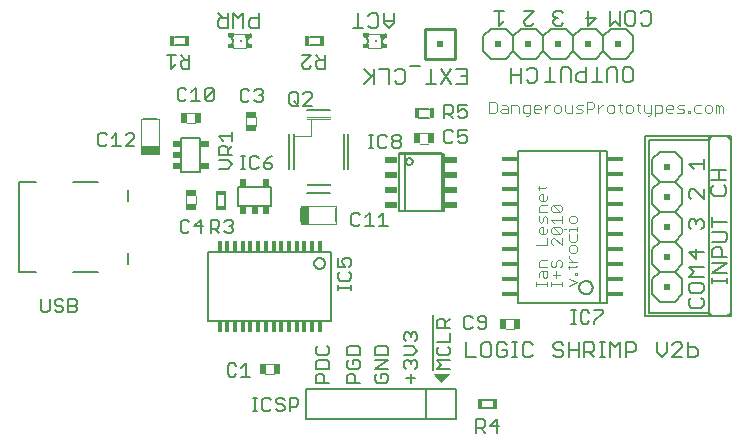
<source format=gto>
G75*
G70*
%OFA0B0*%
%FSLAX24Y24*%
%IPPOS*%
%LPD*%
%AMOC8*
5,1,8,0,0,1.08239X$1,22.5*
%
%ADD10C,0.0060*%
%ADD11C,0.0040*%
%ADD12C,0.0050*%
%ADD13R,0.0200X0.0200*%
%ADD14R,0.0374X0.0197*%
%ADD15R,0.0197X0.0374*%
%ADD16C,0.0080*%
%ADD17R,0.0256X0.0197*%
%ADD18R,0.0472X0.0079*%
%ADD19R,0.0591X0.0256*%
%ADD20R,0.0160X0.0340*%
%ADD21R,0.0128X0.0368*%
%ADD22R,0.0079X0.0472*%
%ADD23R,0.0256X0.0591*%
%ADD24C,0.0025*%
%ADD25R,0.0197X0.0256*%
%ADD26C,0.0100*%
%ADD27R,0.0197X0.0128*%
%ADD28R,0.0098X0.0059*%
%ADD29R,0.0069X0.0157*%
%ADD30R,0.0079X0.0079*%
%ADD31R,0.0118X0.0118*%
%ADD32R,0.0030X0.0128*%
%ADD33R,0.0340X0.0160*%
%ADD34R,0.0433X0.0193*%
%ADD35R,0.0551X0.0157*%
D10*
X011919Y008081D02*
X012066Y008081D01*
X011993Y008081D02*
X011993Y008522D01*
X012066Y008522D02*
X011919Y008522D01*
X012226Y008448D02*
X012226Y008155D01*
X012300Y008081D01*
X012446Y008081D01*
X012520Y008155D01*
X012687Y008155D02*
X012760Y008081D01*
X012907Y008081D01*
X012980Y008155D01*
X012980Y008228D01*
X012907Y008301D01*
X012760Y008301D01*
X012687Y008375D01*
X012687Y008448D01*
X012760Y008522D01*
X012907Y008522D01*
X012980Y008448D01*
X013147Y008522D02*
X013367Y008522D01*
X013441Y008448D01*
X013441Y008301D01*
X013367Y008228D01*
X013147Y008228D01*
X013147Y008081D02*
X013147Y008522D01*
X012520Y008448D02*
X012446Y008522D01*
X012300Y008522D01*
X012226Y008448D01*
X011836Y009231D02*
X011543Y009231D01*
X011689Y009231D02*
X011689Y009672D01*
X011543Y009525D01*
X011376Y009598D02*
X011302Y009672D01*
X011156Y009672D01*
X011082Y009598D01*
X011082Y009305D01*
X011156Y009231D01*
X011302Y009231D01*
X011376Y009305D01*
X010438Y011086D02*
X010438Y013389D01*
X014532Y013389D01*
X014532Y011086D01*
X010438Y011086D01*
X014013Y010172D02*
X014013Y010025D01*
X014086Y009952D01*
X014380Y009952D01*
X014453Y010025D01*
X014453Y010172D01*
X014380Y010245D01*
X014086Y010245D02*
X014013Y010172D01*
X014086Y009785D02*
X014013Y009712D01*
X014013Y009491D01*
X014453Y009491D01*
X014453Y009712D01*
X014380Y009785D01*
X014086Y009785D01*
X014086Y009325D02*
X014233Y009325D01*
X014306Y009251D01*
X014306Y009031D01*
X014453Y009031D02*
X014013Y009031D01*
X014013Y009251D01*
X014086Y009325D01*
X015046Y009251D02*
X015046Y009031D01*
X015486Y009031D01*
X015340Y009031D02*
X015340Y009251D01*
X015266Y009325D01*
X015119Y009325D01*
X015046Y009251D01*
X015119Y009491D02*
X015413Y009491D01*
X015486Y009565D01*
X015486Y009712D01*
X015413Y009785D01*
X015266Y009785D01*
X015266Y009638D01*
X015119Y009491D02*
X015046Y009565D01*
X015046Y009712D01*
X015119Y009785D01*
X015046Y009952D02*
X015046Y010172D01*
X015119Y010245D01*
X015413Y010245D01*
X015486Y010172D01*
X015486Y009952D01*
X015046Y009952D01*
X015981Y009952D02*
X015981Y010172D01*
X016054Y010245D01*
X016348Y010245D01*
X016421Y010172D01*
X016421Y009952D01*
X015981Y009952D01*
X015981Y009785D02*
X016421Y009785D01*
X015981Y009491D01*
X016421Y009491D01*
X016348Y009325D02*
X016201Y009325D01*
X016201Y009178D01*
X016054Y009325D02*
X015981Y009251D01*
X015981Y009104D01*
X016054Y009031D01*
X016348Y009031D01*
X016421Y009104D01*
X016421Y009251D01*
X016348Y009325D01*
X016965Y009565D02*
X016965Y009712D01*
X017039Y009785D01*
X017112Y009785D01*
X017186Y009712D01*
X017259Y009785D01*
X017332Y009785D01*
X017406Y009712D01*
X017406Y009565D01*
X017332Y009491D01*
X017186Y009638D02*
X017186Y009712D01*
X017259Y009952D02*
X016965Y009952D01*
X017259Y009952D02*
X017406Y010099D01*
X017259Y010245D01*
X016965Y010245D01*
X017039Y010412D02*
X016965Y010486D01*
X016965Y010632D01*
X017039Y010706D01*
X017112Y010706D01*
X017186Y010632D01*
X017259Y010706D01*
X017332Y010706D01*
X017406Y010632D01*
X017406Y010486D01*
X017332Y010412D01*
X017186Y010559D02*
X017186Y010632D01*
X018048Y010855D02*
X018048Y011075D01*
X018121Y011149D01*
X018268Y011149D01*
X018342Y011075D01*
X018342Y010855D01*
X018488Y010855D02*
X018048Y010855D01*
X018342Y011002D02*
X018488Y011149D01*
X018956Y011184D02*
X018956Y010890D01*
X019029Y010817D01*
X019176Y010817D01*
X019249Y010890D01*
X019416Y010890D02*
X019490Y010817D01*
X019636Y010817D01*
X019710Y010890D01*
X019710Y011184D01*
X019636Y011257D01*
X019490Y011257D01*
X019416Y011184D01*
X019416Y011110D01*
X019490Y011037D01*
X019710Y011037D01*
X019249Y011184D02*
X019176Y011257D01*
X019029Y011257D01*
X018956Y011184D01*
X018488Y010688D02*
X018488Y010395D01*
X018048Y010395D01*
X018121Y010228D02*
X018048Y010155D01*
X018048Y010008D01*
X018121Y009934D01*
X018415Y009934D01*
X018488Y010008D01*
X018488Y010155D01*
X018415Y010228D01*
X018488Y009768D02*
X018048Y009768D01*
X018195Y009621D01*
X018048Y009474D01*
X018488Y009474D01*
X017928Y009444D02*
X017928Y011286D01*
X019023Y010371D02*
X019023Y009871D01*
X019356Y009871D01*
X019538Y009954D02*
X019622Y009871D01*
X019789Y009871D01*
X019872Y009954D01*
X019872Y010288D01*
X019789Y010371D01*
X019622Y010371D01*
X019538Y010288D01*
X019538Y009954D01*
X020054Y009954D02*
X020054Y010288D01*
X020137Y010371D01*
X020304Y010371D01*
X020388Y010288D01*
X020388Y010121D02*
X020221Y010121D01*
X020388Y010121D02*
X020388Y009954D01*
X020304Y009871D01*
X020137Y009871D01*
X020054Y009954D01*
X020570Y009871D02*
X020736Y009871D01*
X020653Y009871D02*
X020653Y010371D01*
X020570Y010371D02*
X020736Y010371D01*
X020913Y010288D02*
X020913Y009954D01*
X020997Y009871D01*
X021164Y009871D01*
X021247Y009954D01*
X021247Y010288D02*
X021164Y010371D01*
X020997Y010371D01*
X020913Y010288D01*
X021945Y010288D02*
X021945Y010204D01*
X022028Y010121D01*
X022195Y010121D01*
X022278Y010037D01*
X022278Y009954D01*
X022195Y009871D01*
X022028Y009871D01*
X021945Y009954D01*
X022460Y009871D02*
X022460Y010371D01*
X022278Y010288D02*
X022195Y010371D01*
X022028Y010371D01*
X021945Y010288D01*
X022460Y010121D02*
X022794Y010121D01*
X022976Y010037D02*
X023226Y010037D01*
X023309Y010121D01*
X023309Y010288D01*
X023226Y010371D01*
X022976Y010371D01*
X022976Y009871D01*
X022794Y009871D02*
X022794Y010371D01*
X023143Y010037D02*
X023309Y009871D01*
X023492Y009871D02*
X023658Y009871D01*
X023575Y009871D02*
X023575Y010371D01*
X023492Y010371D02*
X023658Y010371D01*
X023835Y010371D02*
X024002Y010204D01*
X024169Y010371D01*
X024169Y009871D01*
X024351Y009871D02*
X024351Y010371D01*
X024601Y010371D01*
X024684Y010288D01*
X024684Y010121D01*
X024601Y010037D01*
X024351Y010037D01*
X023835Y009871D02*
X023835Y010371D01*
X023308Y010998D02*
X023308Y011071D01*
X023602Y011365D01*
X023602Y011438D01*
X023308Y011438D01*
X023142Y011365D02*
X023068Y011438D01*
X022921Y011438D01*
X022848Y011365D01*
X022848Y011071D01*
X022921Y010998D01*
X023068Y010998D01*
X023142Y011071D01*
X022688Y010998D02*
X022541Y010998D01*
X022615Y010998D02*
X022615Y011438D01*
X022688Y011438D02*
X022541Y011438D01*
X022803Y012198D02*
X022805Y012228D01*
X022811Y012257D01*
X022821Y012285D01*
X022834Y012312D01*
X022851Y012336D01*
X022871Y012358D01*
X022894Y012378D01*
X022919Y012394D01*
X022946Y012406D01*
X022974Y012415D01*
X023004Y012420D01*
X023033Y012421D01*
X023063Y012418D01*
X023092Y012411D01*
X023120Y012400D01*
X023146Y012386D01*
X023170Y012368D01*
X023191Y012348D01*
X023210Y012324D01*
X023225Y012299D01*
X023237Y012271D01*
X023245Y012242D01*
X023249Y012213D01*
X023249Y012183D01*
X023245Y012154D01*
X023237Y012125D01*
X023225Y012097D01*
X023210Y012072D01*
X023191Y012048D01*
X023170Y012028D01*
X023146Y012010D01*
X023120Y011996D01*
X023092Y011985D01*
X023063Y011978D01*
X023033Y011975D01*
X023004Y011976D01*
X022974Y011981D01*
X022946Y011990D01*
X022919Y012002D01*
X022894Y012018D01*
X022871Y012038D01*
X022851Y012060D01*
X022834Y012084D01*
X022821Y012111D01*
X022811Y012139D01*
X022805Y012168D01*
X022803Y012198D01*
X023489Y011686D02*
X023489Y016749D01*
X023715Y016749D01*
X020762Y016749D01*
X023489Y016749D01*
X023715Y016749D02*
X023715Y011686D01*
X020762Y011686D01*
X023489Y011686D01*
X023715Y011686D01*
X025239Y011968D02*
X025239Y012468D01*
X025489Y012718D01*
X025239Y012968D01*
X025239Y013468D01*
X025489Y013718D01*
X025239Y013968D01*
X025239Y014468D01*
X025489Y014718D01*
X025239Y014968D01*
X025239Y015468D01*
X025489Y015718D01*
X025239Y015968D01*
X025239Y016468D01*
X025489Y016718D01*
X025989Y016718D01*
X026239Y016468D01*
X026239Y015968D01*
X025989Y015718D01*
X026239Y015468D01*
X026239Y014968D01*
X025989Y014718D01*
X025489Y014718D01*
X025989Y014718D02*
X026239Y014468D01*
X026239Y013968D01*
X025989Y013718D01*
X026239Y013468D01*
X026239Y012968D01*
X025989Y012718D01*
X026239Y012468D01*
X026239Y011968D01*
X025989Y011718D01*
X025489Y011718D01*
X025239Y011968D01*
X025489Y012718D02*
X025989Y012718D01*
X026458Y012882D02*
X026959Y012882D01*
X027238Y013020D02*
X027739Y013020D01*
X027238Y012686D01*
X027739Y012686D01*
X027739Y012509D02*
X027739Y012343D01*
X027739Y012426D02*
X027238Y012426D01*
X027238Y012343D02*
X027238Y012509D01*
X026959Y012549D02*
X026458Y012549D01*
X026625Y012715D01*
X026458Y012882D01*
X026709Y013142D02*
X026709Y013476D01*
X026959Y013393D02*
X026458Y013393D01*
X026709Y013142D01*
X027238Y013202D02*
X027238Y013452D01*
X027322Y013536D01*
X027489Y013536D01*
X027572Y013452D01*
X027572Y013202D01*
X027739Y013202D02*
X027238Y013202D01*
X027238Y013718D02*
X027655Y013718D01*
X027739Y013801D01*
X027739Y013968D01*
X027655Y014051D01*
X027238Y014051D01*
X027238Y014233D02*
X027238Y014567D01*
X027238Y014400D02*
X027739Y014400D01*
X026959Y014393D02*
X026959Y014226D01*
X026875Y014142D01*
X026709Y014309D02*
X026709Y014393D01*
X026792Y014476D01*
X026875Y014476D01*
X026959Y014393D01*
X026709Y014393D02*
X026625Y014476D01*
X026542Y014476D01*
X026458Y014393D01*
X026458Y014226D01*
X026542Y014142D01*
X025989Y013718D02*
X025489Y013718D01*
X026542Y012367D02*
X026458Y012283D01*
X026458Y012116D01*
X026542Y012033D01*
X026875Y012033D01*
X026959Y012116D01*
X026959Y012283D01*
X026875Y012367D01*
X026542Y012367D01*
X026542Y011851D02*
X026458Y011768D01*
X026458Y011601D01*
X026542Y011517D01*
X026875Y011517D01*
X026959Y011601D01*
X026959Y011768D01*
X026875Y011851D01*
X026413Y010371D02*
X026413Y009871D01*
X026664Y009871D01*
X026747Y009954D01*
X026747Y010121D01*
X026664Y010204D01*
X026413Y010204D01*
X026231Y010204D02*
X026231Y010288D01*
X026148Y010371D01*
X025981Y010371D01*
X025898Y010288D01*
X025716Y010371D02*
X025716Y010037D01*
X025549Y009871D01*
X025382Y010037D01*
X025382Y010371D01*
X025898Y009871D02*
X026231Y010204D01*
X026231Y009871D02*
X025898Y009871D01*
X020762Y011686D02*
X020762Y016749D01*
X019056Y017077D02*
X018983Y017004D01*
X018836Y017004D01*
X018763Y017077D01*
X018763Y017224D02*
X018909Y017297D01*
X018983Y017297D01*
X019056Y017224D01*
X019056Y017077D01*
X018763Y017224D02*
X018763Y017444D01*
X019056Y017444D01*
X018977Y017846D02*
X018831Y017846D01*
X018757Y017919D01*
X018757Y018066D02*
X018904Y018139D01*
X018977Y018139D01*
X019051Y018066D01*
X019051Y017919D01*
X018977Y017846D01*
X018757Y018066D02*
X018757Y018286D01*
X019051Y018286D01*
X018590Y018213D02*
X018590Y018066D01*
X018517Y017992D01*
X018297Y017992D01*
X018297Y017846D02*
X018297Y018286D01*
X018517Y018286D01*
X018590Y018213D01*
X018444Y017992D02*
X018590Y017846D01*
X018522Y017444D02*
X018376Y017444D01*
X018302Y017371D01*
X018302Y017077D01*
X018376Y017004D01*
X018522Y017004D01*
X018596Y017077D01*
X018596Y017371D02*
X018522Y017444D01*
X017803Y017867D02*
X017462Y017867D01*
X017462Y018147D02*
X017803Y018147D01*
X017848Y018998D02*
X017848Y019498D01*
X018197Y019498D02*
X018530Y018998D01*
X018712Y018998D02*
X019046Y018998D01*
X019046Y019498D01*
X018712Y019498D01*
X018530Y019498D02*
X018197Y018998D01*
X018015Y018998D02*
X017681Y018998D01*
X017499Y019582D02*
X017165Y019582D01*
X016983Y019415D02*
X016900Y019498D01*
X016733Y019498D01*
X016650Y019415D01*
X016468Y019498D02*
X016468Y018998D01*
X016650Y019081D02*
X016733Y018998D01*
X016900Y018998D01*
X016983Y019081D01*
X016983Y019415D01*
X016468Y019498D02*
X016134Y019498D01*
X015952Y019498D02*
X015952Y018998D01*
X015869Y019248D02*
X015619Y019498D01*
X015952Y019331D02*
X015619Y018998D01*
X014317Y019499D02*
X014317Y019939D01*
X014317Y019792D02*
X014097Y019792D01*
X014024Y019719D01*
X014024Y019572D01*
X014097Y019499D01*
X014317Y019499D01*
X014171Y019792D02*
X014024Y019939D01*
X013857Y019939D02*
X013564Y019646D01*
X013564Y019572D01*
X013637Y019499D01*
X013784Y019499D01*
X013857Y019572D01*
X013857Y019939D02*
X013564Y019939D01*
X013815Y020278D02*
X014155Y020278D01*
X014155Y020559D02*
X013815Y020559D01*
X015262Y020842D02*
X015596Y020842D01*
X015429Y020842D02*
X015429Y021342D01*
X015778Y021259D02*
X015861Y021342D01*
X016028Y021342D01*
X016111Y021259D01*
X016111Y020925D01*
X016028Y020842D01*
X015861Y020842D01*
X015778Y020925D01*
X016294Y021009D02*
X016294Y021342D01*
X016627Y021342D02*
X016627Y021009D01*
X016460Y020842D01*
X016294Y021009D01*
X016294Y021092D02*
X016627Y021092D01*
X018879Y019248D02*
X019046Y019248D01*
X019861Y019820D02*
X020361Y019820D01*
X020611Y020070D01*
X020861Y019820D01*
X021361Y019820D01*
X021611Y020070D01*
X021611Y020570D01*
X021361Y020820D01*
X020861Y020820D01*
X020611Y020570D01*
X020611Y020070D01*
X020611Y020570D02*
X020361Y020820D01*
X019861Y020820D01*
X019611Y020570D01*
X019611Y020070D01*
X019861Y019820D01*
X020531Y019521D02*
X020531Y019021D01*
X020531Y019271D02*
X020864Y019271D01*
X021046Y019104D02*
X021130Y019021D01*
X021297Y019021D01*
X021380Y019104D01*
X021380Y019438D01*
X021297Y019521D01*
X021130Y019521D01*
X021046Y019438D01*
X020864Y019521D02*
X020864Y019021D01*
X021670Y019036D02*
X022003Y019036D01*
X021836Y019036D02*
X021836Y019537D01*
X021861Y019820D02*
X021611Y020070D01*
X021861Y019820D02*
X022361Y019820D01*
X022611Y020070D01*
X022861Y019820D01*
X023361Y019820D01*
X023611Y020070D01*
X023861Y019820D01*
X024361Y019820D01*
X024611Y020070D01*
X024611Y020570D01*
X024361Y020820D01*
X023861Y020820D01*
X023611Y020570D01*
X023611Y020070D01*
X023611Y020570D02*
X023361Y020820D01*
X022861Y020820D01*
X022611Y020570D01*
X022611Y020070D01*
X022611Y020570D02*
X022361Y020820D01*
X021861Y020820D01*
X021611Y020570D01*
X021210Y020921D02*
X021043Y020921D01*
X020960Y021005D01*
X020960Y021088D01*
X021293Y021422D01*
X020960Y021422D01*
X021293Y021005D02*
X021210Y020921D01*
X021944Y021005D02*
X021944Y021088D01*
X022028Y021172D01*
X021944Y021255D01*
X021944Y021339D01*
X022028Y021422D01*
X022194Y021422D01*
X022278Y021339D01*
X022111Y021172D02*
X022028Y021172D01*
X021944Y021005D02*
X022028Y020921D01*
X022194Y020921D01*
X022278Y021005D01*
X023027Y021172D02*
X023360Y021172D01*
X023110Y020921D01*
X023110Y021422D01*
X023816Y021422D02*
X023816Y020921D01*
X023983Y021088D01*
X024150Y020921D01*
X024150Y021422D01*
X024332Y021339D02*
X024332Y021005D01*
X024415Y020921D01*
X024582Y020921D01*
X024666Y021005D01*
X024666Y021339D01*
X024582Y021422D01*
X024415Y021422D01*
X024332Y021339D01*
X024848Y021339D02*
X024931Y021422D01*
X025098Y021422D01*
X025181Y021339D01*
X025181Y021005D01*
X025098Y020921D01*
X024931Y020921D01*
X024848Y021005D01*
X024498Y019537D02*
X024331Y019537D01*
X024248Y019453D01*
X024248Y019120D01*
X024331Y019036D01*
X024498Y019036D01*
X024581Y019120D01*
X024581Y019453D01*
X024498Y019537D01*
X024066Y019453D02*
X023982Y019537D01*
X023816Y019537D01*
X023732Y019453D01*
X023732Y019036D01*
X023550Y019036D02*
X023216Y019036D01*
X023383Y019036D02*
X023383Y019537D01*
X023034Y019537D02*
X023034Y019036D01*
X022784Y019036D01*
X022701Y019120D01*
X022701Y019286D01*
X022784Y019370D01*
X023034Y019370D01*
X022519Y019453D02*
X022519Y019036D01*
X022185Y019036D02*
X022185Y019453D01*
X022269Y019537D01*
X022435Y019537D01*
X022519Y019453D01*
X024066Y019453D02*
X024066Y019036D01*
X026959Y016476D02*
X026959Y016142D01*
X026959Y016309D02*
X026458Y016309D01*
X026625Y016142D01*
X027208Y016117D02*
X027709Y016117D01*
X027459Y016117D02*
X027459Y015783D01*
X027625Y015601D02*
X027709Y015518D01*
X027709Y015351D01*
X027625Y015267D01*
X027292Y015267D01*
X027208Y015351D01*
X027208Y015518D01*
X027292Y015601D01*
X027208Y015783D02*
X027709Y015783D01*
X026959Y015476D02*
X026959Y015142D01*
X026625Y015476D01*
X026542Y015476D01*
X026458Y015393D01*
X026458Y015226D01*
X026542Y015142D01*
X025989Y015718D02*
X025489Y015718D01*
X020142Y020921D02*
X020142Y021422D01*
X019976Y021422D02*
X020309Y021422D01*
X020309Y021088D02*
X020142Y020921D01*
X016780Y017296D02*
X016633Y017296D01*
X016560Y017223D01*
X016560Y017149D01*
X016633Y017076D01*
X016780Y017076D01*
X016853Y017003D01*
X016853Y016929D01*
X016780Y016856D01*
X016633Y016856D01*
X016560Y016929D01*
X016560Y017003D01*
X016633Y017076D01*
X016780Y017076D02*
X016853Y017149D01*
X016853Y017223D01*
X016780Y017296D01*
X016393Y017223D02*
X016319Y017296D01*
X016173Y017296D01*
X016099Y017223D01*
X016099Y016929D01*
X016173Y016856D01*
X016319Y016856D01*
X016393Y016929D01*
X015939Y016856D02*
X015792Y016856D01*
X015866Y016856D02*
X015866Y017296D01*
X015939Y017296D02*
X015792Y017296D01*
X013894Y018267D02*
X013600Y018267D01*
X013894Y018561D01*
X013894Y018634D01*
X013820Y018708D01*
X013674Y018708D01*
X013600Y018634D01*
X013433Y018634D02*
X013433Y018341D01*
X013360Y018267D01*
X013213Y018267D01*
X013140Y018341D01*
X013140Y018634D01*
X013213Y018708D01*
X013360Y018708D01*
X013433Y018634D01*
X013287Y018414D02*
X013433Y018267D01*
X012269Y018466D02*
X012195Y018392D01*
X012049Y018392D01*
X011975Y018466D01*
X011808Y018466D02*
X011735Y018392D01*
X011588Y018392D01*
X011515Y018466D01*
X011515Y018759D01*
X011588Y018833D01*
X011735Y018833D01*
X011808Y018759D01*
X011975Y018759D02*
X012049Y018833D01*
X012195Y018833D01*
X012269Y018759D01*
X012269Y018686D01*
X012195Y018612D01*
X012269Y018539D01*
X012269Y018466D01*
X012195Y018612D02*
X012122Y018612D01*
X010629Y018491D02*
X010556Y018417D01*
X010409Y018417D01*
X010336Y018491D01*
X010629Y018784D01*
X010629Y018491D01*
X010336Y018491D02*
X010336Y018784D01*
X010409Y018858D01*
X010556Y018858D01*
X010629Y018784D01*
X010169Y018417D02*
X009875Y018417D01*
X010022Y018417D02*
X010022Y018858D01*
X009875Y018711D01*
X009708Y018784D02*
X009635Y018858D01*
X009488Y018858D01*
X009415Y018784D01*
X009415Y018491D01*
X009488Y018417D01*
X009635Y018417D01*
X009708Y018491D01*
X009812Y019499D02*
X009591Y019499D01*
X009518Y019572D01*
X009518Y019719D01*
X009591Y019792D01*
X009812Y019792D01*
X009665Y019792D02*
X009518Y019939D01*
X009351Y019939D02*
X009058Y019939D01*
X009204Y019939D02*
X009204Y019499D01*
X009351Y019646D01*
X009812Y019499D02*
X009812Y019939D01*
X009655Y020278D02*
X009315Y020278D01*
X009315Y020559D02*
X009655Y020559D01*
X010756Y020925D02*
X010756Y021092D01*
X010840Y021175D01*
X011090Y021175D01*
X010923Y021175D02*
X010756Y021342D01*
X011090Y021342D02*
X011090Y020842D01*
X010840Y020842D01*
X010756Y020925D01*
X011272Y020842D02*
X011272Y021342D01*
X011439Y021175D01*
X011606Y021342D01*
X011606Y020842D01*
X011788Y020925D02*
X011788Y021092D01*
X011871Y021175D01*
X012121Y021175D01*
X012121Y021342D02*
X012121Y020842D01*
X011871Y020842D01*
X011788Y020925D01*
X011230Y017382D02*
X011230Y017088D01*
X011230Y017235D02*
X010790Y017235D01*
X010936Y017088D01*
X010863Y016921D02*
X011010Y016921D01*
X011083Y016848D01*
X011083Y016628D01*
X011083Y016774D02*
X011230Y016921D01*
X011230Y016628D02*
X010790Y016628D01*
X010790Y016848D01*
X010863Y016921D01*
X010790Y016461D02*
X011083Y016461D01*
X011230Y016314D01*
X011083Y016167D01*
X010790Y016167D01*
X010179Y016090D02*
X010179Y016052D01*
X010179Y017172D01*
X010179Y017135D01*
X010179Y017172D02*
X009541Y017172D01*
X009541Y017135D01*
X009541Y017172D02*
X009541Y016052D01*
X009541Y016090D01*
X009541Y016052D02*
X010179Y016052D01*
X010179Y016407D02*
X010179Y016818D01*
X009541Y016818D02*
X009541Y016781D01*
X009541Y016444D02*
X009541Y016407D01*
X010720Y015282D02*
X010720Y014942D01*
X011000Y014942D02*
X011000Y015282D01*
X011425Y015556D02*
X011425Y014918D01*
X011462Y014918D01*
X011425Y014918D02*
X012545Y014918D01*
X012508Y014918D01*
X012545Y014918D02*
X012545Y015556D01*
X012508Y015556D01*
X012545Y015556D02*
X011425Y015556D01*
X011462Y015556D01*
X011779Y015556D02*
X012190Y015556D01*
X012042Y016142D02*
X011895Y016142D01*
X011822Y016216D01*
X011822Y016509D01*
X011895Y016583D01*
X012042Y016583D01*
X012115Y016509D01*
X012282Y016362D02*
X012502Y016362D01*
X012576Y016289D01*
X012576Y016216D01*
X012502Y016142D01*
X012356Y016142D01*
X012282Y016216D01*
X012282Y016362D01*
X012429Y016509D01*
X012576Y016583D01*
X012115Y016216D02*
X012042Y016142D01*
X011662Y016142D02*
X011515Y016142D01*
X011588Y016142D02*
X011588Y016583D01*
X011515Y016583D02*
X011662Y016583D01*
X011779Y014918D02*
X011816Y014918D01*
X012153Y014918D02*
X012190Y014918D01*
X011269Y014384D02*
X011269Y014311D01*
X011195Y014237D01*
X011269Y014164D01*
X011269Y014091D01*
X011195Y014017D01*
X011049Y014017D01*
X010975Y014091D01*
X010808Y014017D02*
X010662Y014164D01*
X010735Y014164D02*
X010515Y014164D01*
X010515Y014017D02*
X010515Y014458D01*
X010735Y014458D01*
X010808Y014384D01*
X010808Y014237D01*
X010735Y014164D01*
X010975Y014384D02*
X011049Y014458D01*
X011195Y014458D01*
X011269Y014384D01*
X011195Y014237D02*
X011122Y014237D01*
X010269Y014237D02*
X009975Y014237D01*
X010195Y014458D01*
X010195Y014017D01*
X009808Y014091D02*
X009735Y014017D01*
X009588Y014017D01*
X009515Y014091D01*
X009515Y014384D01*
X009588Y014458D01*
X009735Y014458D01*
X009808Y014384D01*
X007974Y016901D02*
X007681Y016901D01*
X007974Y017195D01*
X007974Y017268D01*
X007901Y017342D01*
X007754Y017342D01*
X007681Y017268D01*
X007367Y017342D02*
X007367Y016901D01*
X007220Y016901D02*
X007514Y016901D01*
X007220Y017195D02*
X007367Y017342D01*
X007054Y017268D02*
X006980Y017342D01*
X006833Y017342D01*
X006760Y017268D01*
X006760Y016975D01*
X006833Y016901D01*
X006980Y016901D01*
X007054Y016975D01*
X005999Y011813D02*
X006073Y011740D01*
X006073Y011666D01*
X005999Y011593D01*
X005779Y011593D01*
X005612Y011519D02*
X005612Y011446D01*
X005539Y011373D01*
X005392Y011373D01*
X005319Y011446D01*
X005392Y011593D02*
X005319Y011666D01*
X005319Y011740D01*
X005392Y011813D01*
X005539Y011813D01*
X005612Y011740D01*
X005539Y011593D02*
X005612Y011519D01*
X005539Y011593D02*
X005392Y011593D01*
X005152Y011446D02*
X005079Y011373D01*
X004932Y011373D01*
X004858Y011446D01*
X004858Y011813D01*
X005152Y011813D02*
X005152Y011446D01*
X005779Y011373D02*
X005999Y011373D01*
X006073Y011446D01*
X006073Y011519D01*
X005999Y011593D01*
X005999Y011813D02*
X005779Y011813D01*
X005779Y011373D01*
X013967Y013005D02*
X013969Y013031D01*
X013975Y013057D01*
X013984Y013082D01*
X013997Y013105D01*
X014013Y013126D01*
X014032Y013144D01*
X014054Y013160D01*
X014077Y013172D01*
X014102Y013180D01*
X014128Y013185D01*
X014155Y013186D01*
X014181Y013183D01*
X014206Y013176D01*
X014231Y013166D01*
X014253Y013152D01*
X014274Y013135D01*
X014291Y013116D01*
X014306Y013094D01*
X014317Y013070D01*
X014325Y013044D01*
X014329Y013018D01*
X014329Y012992D01*
X014325Y012966D01*
X014317Y012940D01*
X014306Y012916D01*
X014291Y012894D01*
X014274Y012875D01*
X014253Y012858D01*
X014231Y012844D01*
X014206Y012834D01*
X014181Y012827D01*
X014155Y012824D01*
X014128Y012825D01*
X014102Y012830D01*
X014077Y012838D01*
X014054Y012850D01*
X014032Y012866D01*
X014013Y012884D01*
X013997Y012905D01*
X013984Y012928D01*
X013975Y012953D01*
X013969Y012979D01*
X013967Y013005D01*
X014765Y012894D02*
X014985Y012894D01*
X014911Y013040D01*
X014911Y013114D01*
X014985Y013187D01*
X015131Y013187D01*
X015205Y013114D01*
X015205Y012967D01*
X015131Y012894D01*
X015131Y012727D02*
X015205Y012653D01*
X015205Y012507D01*
X015131Y012433D01*
X014838Y012433D01*
X014765Y012507D01*
X014765Y012653D01*
X014838Y012727D01*
X014765Y012894D02*
X014765Y013187D01*
X014765Y012273D02*
X014765Y012126D01*
X014765Y012200D02*
X015205Y012200D01*
X015205Y012273D02*
X015205Y012126D01*
X015284Y014254D02*
X015431Y014254D01*
X015504Y014327D01*
X015671Y014254D02*
X015965Y014254D01*
X015818Y014254D02*
X015818Y014694D01*
X015671Y014547D01*
X015504Y014621D02*
X015431Y014694D01*
X015284Y014694D01*
X015211Y014621D01*
X015211Y014327D01*
X015284Y014254D01*
X016131Y014254D02*
X016425Y014254D01*
X016278Y014254D02*
X016278Y014694D01*
X016131Y014547D01*
X016965Y009565D02*
X017039Y009491D01*
X017186Y009325D02*
X017186Y009031D01*
X017039Y009178D02*
X017332Y009178D01*
X019579Y008452D02*
X019919Y008452D01*
X019919Y008172D02*
X019579Y008172D01*
X019599Y007807D02*
X019672Y007734D01*
X019672Y007587D01*
X019599Y007514D01*
X019379Y007514D01*
X019525Y007514D02*
X019672Y007367D01*
X019839Y007587D02*
X020133Y007587D01*
X020059Y007367D02*
X020059Y007807D01*
X019839Y007587D01*
X019599Y007807D02*
X019379Y007807D01*
X019379Y007367D01*
D11*
X020349Y010822D02*
X020629Y010822D01*
X020629Y011157D02*
X020349Y011157D01*
X021359Y012257D02*
X021359Y012377D01*
X021359Y012317D02*
X021719Y012317D01*
X021719Y012257D02*
X021719Y012377D01*
X021659Y012503D02*
X021599Y012563D01*
X021599Y012743D01*
X021539Y012743D02*
X021719Y012743D01*
X021719Y012563D01*
X021659Y012503D01*
X021479Y012563D02*
X021479Y012683D01*
X021539Y012743D01*
X021479Y012871D02*
X021479Y013051D01*
X021539Y013111D01*
X021719Y013111D01*
X021859Y013051D02*
X021859Y012931D01*
X021919Y012871D01*
X021979Y012871D01*
X022039Y012931D01*
X022039Y013051D01*
X022099Y013111D01*
X022159Y013111D01*
X022219Y013051D01*
X022219Y012931D01*
X022159Y012871D01*
X022039Y012743D02*
X022039Y012503D01*
X021919Y012623D02*
X022159Y012623D01*
X022219Y012377D02*
X022219Y012257D01*
X022219Y012317D02*
X021859Y012317D01*
X021859Y012257D02*
X021859Y012377D01*
X021719Y012871D02*
X021479Y012871D01*
X021859Y013051D02*
X021919Y013111D01*
X022419Y012870D02*
X022659Y012870D01*
X022719Y012930D01*
X022719Y013055D02*
X022479Y013055D01*
X022599Y013055D02*
X022479Y013175D01*
X022479Y013235D01*
X022539Y013362D02*
X022659Y013362D01*
X022719Y013422D01*
X022719Y013542D01*
X022659Y013602D01*
X022539Y013602D01*
X022479Y013542D01*
X022479Y013422D01*
X022539Y013362D01*
X022539Y013730D02*
X022659Y013730D01*
X022719Y013791D01*
X022719Y013971D01*
X022719Y014099D02*
X022719Y014219D01*
X022719Y014159D02*
X022479Y014159D01*
X022479Y014099D01*
X022479Y013971D02*
X022479Y013791D01*
X022539Y013730D01*
X022219Y013848D02*
X022219Y013608D01*
X021979Y013848D01*
X021919Y013848D01*
X021859Y013788D01*
X021859Y013668D01*
X021919Y013608D01*
X021719Y013608D02*
X021719Y013848D01*
X021659Y013976D02*
X021539Y013976D01*
X021479Y014036D01*
X021479Y014156D01*
X021539Y014216D01*
X021599Y014216D01*
X021599Y013976D01*
X021659Y013976D02*
X021719Y014036D01*
X021719Y014156D01*
X021859Y014156D02*
X021919Y014216D01*
X022159Y013976D01*
X022219Y014036D01*
X022219Y014156D01*
X022159Y014216D01*
X021919Y014216D01*
X021859Y014156D02*
X021859Y014036D01*
X021919Y013976D01*
X022159Y013976D01*
X022298Y014159D02*
X022359Y014159D01*
X022219Y014344D02*
X022219Y014585D01*
X022219Y014464D02*
X021859Y014464D01*
X021979Y014344D01*
X021719Y014344D02*
X021719Y014524D01*
X021659Y014585D01*
X021599Y014524D01*
X021599Y014404D01*
X021539Y014344D01*
X021479Y014404D01*
X021479Y014585D01*
X021479Y014713D02*
X021479Y014893D01*
X021539Y014953D01*
X021719Y014953D01*
X021659Y015081D02*
X021539Y015081D01*
X021479Y015141D01*
X021479Y015261D01*
X021539Y015321D01*
X021599Y015321D01*
X021599Y015081D01*
X021659Y015081D02*
X021719Y015141D01*
X021719Y015261D01*
X021659Y015509D02*
X021419Y015509D01*
X021479Y015449D02*
X021479Y015569D01*
X021659Y015509D02*
X021719Y015569D01*
X021919Y014953D02*
X022159Y014713D01*
X022219Y014773D01*
X022219Y014893D01*
X022159Y014953D01*
X021919Y014953D01*
X021859Y014893D01*
X021859Y014773D01*
X021919Y014713D01*
X022159Y014713D01*
X022479Y014524D02*
X022479Y014404D01*
X022539Y014344D01*
X022659Y014344D01*
X022719Y014404D01*
X022719Y014524D01*
X022659Y014584D01*
X022539Y014584D01*
X022479Y014524D01*
X021719Y014713D02*
X021479Y014713D01*
X021359Y013608D02*
X021719Y013608D01*
X022479Y012930D02*
X022479Y012810D01*
X022659Y012686D02*
X022719Y012686D01*
X022719Y012626D01*
X022659Y012626D01*
X022659Y012686D01*
X022479Y012498D02*
X022719Y012377D01*
X022479Y012257D01*
X017773Y017000D02*
X017492Y017000D01*
X017492Y017335D02*
X017773Y017335D01*
X019808Y018029D02*
X019988Y018029D01*
X020048Y018089D01*
X020048Y018329D01*
X019988Y018389D01*
X019808Y018389D01*
X019808Y018029D01*
X020176Y018089D02*
X020236Y018149D01*
X020417Y018149D01*
X020417Y018209D02*
X020417Y018029D01*
X020236Y018029D01*
X020176Y018089D01*
X020236Y018269D02*
X020356Y018269D01*
X020417Y018209D01*
X020545Y018269D02*
X020545Y018029D01*
X020785Y018029D02*
X020785Y018209D01*
X020725Y018269D01*
X020545Y018269D01*
X020913Y018209D02*
X020913Y018089D01*
X020973Y018029D01*
X021153Y018029D01*
X021153Y017969D02*
X021153Y018269D01*
X020973Y018269D01*
X020913Y018209D01*
X021033Y017909D02*
X021093Y017909D01*
X021153Y017969D01*
X021281Y018089D02*
X021281Y018209D01*
X021341Y018269D01*
X021461Y018269D01*
X021521Y018209D01*
X021521Y018149D01*
X021281Y018149D01*
X021281Y018089D02*
X021341Y018029D01*
X021461Y018029D01*
X021650Y018029D02*
X021650Y018269D01*
X021770Y018269D02*
X021830Y018269D01*
X021770Y018269D02*
X021650Y018149D01*
X021956Y018089D02*
X022016Y018029D01*
X022137Y018029D01*
X022197Y018089D01*
X022197Y018209D01*
X022137Y018269D01*
X022016Y018269D01*
X021956Y018209D01*
X021956Y018089D01*
X022325Y018089D02*
X022325Y018269D01*
X022325Y018089D02*
X022385Y018029D01*
X022565Y018029D01*
X022565Y018269D01*
X022693Y018209D02*
X022753Y018269D01*
X022933Y018269D01*
X022873Y018149D02*
X022753Y018149D01*
X022693Y018209D01*
X022693Y018029D02*
X022873Y018029D01*
X022933Y018089D01*
X022873Y018149D01*
X023061Y018149D02*
X023241Y018149D01*
X023302Y018209D01*
X023302Y018329D01*
X023241Y018389D01*
X023061Y018389D01*
X023061Y018029D01*
X023430Y018029D02*
X023430Y018269D01*
X023550Y018269D02*
X023610Y018269D01*
X023550Y018269D02*
X023430Y018149D01*
X023737Y018089D02*
X023797Y018029D01*
X023917Y018029D01*
X023977Y018089D01*
X023977Y018209D01*
X023917Y018269D01*
X023797Y018269D01*
X023737Y018209D01*
X023737Y018089D01*
X024105Y018269D02*
X024225Y018269D01*
X024165Y018329D02*
X024165Y018089D01*
X024225Y018029D01*
X024350Y018089D02*
X024410Y018029D01*
X024531Y018029D01*
X024591Y018089D01*
X024591Y018209D01*
X024531Y018269D01*
X024410Y018269D01*
X024350Y018209D01*
X024350Y018089D01*
X024719Y018269D02*
X024839Y018269D01*
X024779Y018329D02*
X024779Y018089D01*
X024839Y018029D01*
X024964Y018089D02*
X025024Y018029D01*
X025204Y018029D01*
X025204Y017969D02*
X025144Y017909D01*
X025084Y017909D01*
X025204Y017969D02*
X025204Y018269D01*
X025333Y018269D02*
X025513Y018269D01*
X025573Y018209D01*
X025573Y018089D01*
X025513Y018029D01*
X025333Y018029D01*
X025333Y017909D02*
X025333Y018269D01*
X025701Y018209D02*
X025761Y018269D01*
X025881Y018269D01*
X025941Y018209D01*
X025941Y018149D01*
X025701Y018149D01*
X025701Y018089D02*
X025701Y018209D01*
X025701Y018089D02*
X025761Y018029D01*
X025881Y018029D01*
X026069Y018029D02*
X026249Y018029D01*
X026309Y018089D01*
X026249Y018149D01*
X026129Y018149D01*
X026069Y018209D01*
X026129Y018269D01*
X026309Y018269D01*
X026437Y018089D02*
X026497Y018089D01*
X026497Y018029D01*
X026437Y018029D01*
X026437Y018089D01*
X026622Y018089D02*
X026682Y018029D01*
X026862Y018029D01*
X026990Y018089D02*
X027050Y018029D01*
X027170Y018029D01*
X027230Y018089D01*
X027230Y018209D01*
X027170Y018269D01*
X027050Y018269D01*
X026990Y018209D01*
X026990Y018089D01*
X026862Y018269D02*
X026682Y018269D01*
X026622Y018209D01*
X026622Y018089D01*
X027358Y018029D02*
X027358Y018269D01*
X027418Y018269D01*
X027478Y018209D01*
X027538Y018269D01*
X027598Y018209D01*
X027598Y018029D01*
X027478Y018029D02*
X027478Y018209D01*
X024964Y018269D02*
X024964Y018089D01*
X016349Y020281D02*
X016327Y020286D01*
X016307Y020294D01*
X016289Y020305D01*
X016272Y020320D01*
X016258Y020336D01*
X016246Y020355D01*
X016238Y020375D01*
X016233Y020396D01*
X016231Y020418D01*
X016233Y020440D01*
X016238Y020461D01*
X016246Y020481D01*
X016258Y020500D01*
X016272Y020516D01*
X016289Y020531D01*
X016307Y020542D01*
X016327Y020550D01*
X016349Y020555D01*
X016279Y020596D02*
X016281Y020608D01*
X016286Y020619D01*
X016294Y020628D01*
X016305Y020634D01*
X016317Y020637D01*
X016329Y020636D01*
X016341Y020632D01*
X016350Y020624D01*
X016357Y020614D01*
X016361Y020602D01*
X016361Y020590D01*
X016357Y020578D01*
X016350Y020568D01*
X016340Y020560D01*
X016329Y020556D01*
X016317Y020555D01*
X016305Y020558D01*
X016294Y020564D01*
X016286Y020573D01*
X016281Y020584D01*
X016279Y020596D01*
X016349Y020645D02*
X015788Y020645D01*
X015620Y020555D02*
X015642Y020550D01*
X015662Y020542D01*
X015680Y020531D01*
X015697Y020516D01*
X015711Y020500D01*
X015723Y020481D01*
X015731Y020461D01*
X015736Y020440D01*
X015738Y020418D01*
X015736Y020396D01*
X015731Y020375D01*
X015723Y020355D01*
X015711Y020336D01*
X015697Y020320D01*
X015680Y020305D01*
X015662Y020294D01*
X015642Y020286D01*
X015620Y020281D01*
X015778Y020192D02*
X016192Y020192D01*
X011849Y020281D02*
X011827Y020286D01*
X011807Y020294D01*
X011789Y020305D01*
X011772Y020320D01*
X011758Y020336D01*
X011746Y020355D01*
X011738Y020375D01*
X011733Y020396D01*
X011731Y020418D01*
X011733Y020440D01*
X011738Y020461D01*
X011746Y020481D01*
X011758Y020500D01*
X011772Y020516D01*
X011789Y020531D01*
X011807Y020542D01*
X011827Y020550D01*
X011849Y020555D01*
X011779Y020596D02*
X011781Y020608D01*
X011786Y020619D01*
X011794Y020628D01*
X011805Y020634D01*
X011817Y020637D01*
X011829Y020636D01*
X011841Y020632D01*
X011850Y020624D01*
X011857Y020614D01*
X011861Y020602D01*
X011861Y020590D01*
X011857Y020578D01*
X011850Y020568D01*
X011840Y020560D01*
X011829Y020556D01*
X011817Y020555D01*
X011805Y020558D01*
X011794Y020564D01*
X011786Y020573D01*
X011781Y020584D01*
X011779Y020596D01*
X011849Y020645D02*
X011288Y020645D01*
X011120Y020555D02*
X011142Y020550D01*
X011162Y020542D01*
X011180Y020531D01*
X011197Y020516D01*
X011211Y020500D01*
X011223Y020481D01*
X011231Y020461D01*
X011236Y020440D01*
X011238Y020418D01*
X011236Y020396D01*
X011231Y020375D01*
X011223Y020355D01*
X011211Y020336D01*
X011197Y020320D01*
X011180Y020305D01*
X011162Y020294D01*
X011142Y020286D01*
X011120Y020281D01*
X011278Y020192D02*
X011692Y020192D01*
X010000Y018027D02*
X009720Y018027D01*
X009720Y017692D02*
X010000Y017692D01*
X008780Y017808D02*
X008780Y016666D01*
X008190Y016666D01*
X008190Y017808D01*
X008780Y017808D01*
X011690Y017877D02*
X011690Y017597D01*
X012025Y017597D02*
X012025Y017877D01*
X010025Y015252D02*
X010025Y014972D01*
X009690Y014972D02*
X009690Y015252D01*
X013539Y014908D02*
X013539Y014317D01*
X014681Y014317D01*
X014681Y014908D01*
X013539Y014908D01*
X012625Y009657D02*
X012345Y009657D01*
X012345Y009322D02*
X012625Y009322D01*
D12*
X013705Y008812D02*
X017705Y008812D01*
X017705Y007812D01*
X013705Y007812D01*
X013705Y008812D01*
X017705Y008812D02*
X018705Y008812D01*
X018705Y007812D01*
X017705Y007812D01*
X024989Y011237D02*
X024989Y017237D01*
X027114Y017237D01*
X027114Y017112D01*
X027239Y017237D01*
X027739Y017237D01*
X027864Y017112D01*
X027864Y011362D01*
X027739Y011237D01*
X027239Y011237D01*
X027114Y011362D01*
X025114Y011362D01*
X025114Y017112D01*
X027114Y017112D01*
X027114Y011362D01*
X027114Y011237D01*
X024989Y011237D01*
X027114Y011237D02*
X027239Y011237D01*
X027739Y011237D02*
X027864Y011237D01*
X027864Y011362D01*
X027864Y017112D02*
X027864Y017237D01*
X027739Y017237D01*
X027239Y017237D02*
X027114Y017237D01*
X018243Y016678D02*
X018243Y014749D01*
X016786Y014749D01*
X016786Y016678D01*
X018243Y016678D01*
X017029Y016403D02*
X017031Y016423D01*
X017036Y016443D01*
X017046Y016461D01*
X017058Y016478D01*
X017073Y016492D01*
X017091Y016502D01*
X017110Y016510D01*
X017130Y016514D01*
X017150Y016514D01*
X017170Y016510D01*
X017189Y016502D01*
X017207Y016492D01*
X017222Y016478D01*
X017234Y016461D01*
X017244Y016443D01*
X017249Y016423D01*
X017251Y016403D01*
X017249Y016383D01*
X017244Y016363D01*
X017234Y016345D01*
X017222Y016328D01*
X017207Y016314D01*
X017189Y016304D01*
X017170Y016296D01*
X017150Y016292D01*
X017130Y016292D01*
X017110Y016296D01*
X017091Y016304D01*
X017073Y016314D01*
X017058Y016328D01*
X017046Y016345D01*
X017036Y016363D01*
X017031Y016383D01*
X017029Y016403D01*
X015094Y016147D02*
X015094Y017328D01*
X014488Y018115D02*
X013732Y018115D01*
X013126Y017328D02*
X013126Y016147D01*
X013732Y015359D02*
X014488Y015359D01*
D13*
X018174Y020320D03*
X020111Y020320D03*
X021111Y020320D03*
X022111Y020320D03*
X023111Y020320D03*
X024111Y020320D03*
X025739Y016218D03*
X025739Y015218D03*
X025739Y014218D03*
X025739Y013218D03*
X025739Y012218D03*
D14*
X011858Y017506D03*
X011858Y017966D03*
X009858Y015341D03*
X009858Y014881D03*
D15*
X009631Y017860D03*
X010091Y017860D03*
X017404Y017168D03*
X017864Y017168D03*
X020257Y010989D03*
X020717Y010989D03*
X012713Y009489D03*
X012253Y009489D03*
D16*
X007753Y012997D02*
X007753Y013351D01*
X006768Y012722D02*
X005942Y012722D01*
X004682Y012722D02*
X004131Y012722D01*
X004131Y015714D01*
X004682Y015714D01*
X005942Y015714D02*
X006768Y015714D01*
X007753Y015438D02*
X007753Y015084D01*
X016786Y014749D02*
X016786Y016639D01*
X016983Y016639D01*
X016983Y014749D01*
X016786Y014749D01*
X016983Y014749D02*
X018282Y014749D01*
X018282Y016639D01*
X016983Y016639D01*
D17*
X010322Y016986D03*
X010322Y016238D03*
X009397Y016238D03*
X009397Y016612D03*
X009397Y016986D03*
D18*
X008485Y016647D03*
X008485Y017828D03*
D19*
X008485Y016794D03*
D20*
X009235Y020418D03*
X009735Y020418D03*
X013735Y020418D03*
X014235Y020418D03*
X017383Y018007D03*
X017883Y018007D03*
X019499Y008312D03*
X019999Y008312D03*
D21*
X014148Y010886D03*
X013892Y010886D03*
X013636Y010886D03*
X013381Y010886D03*
X013125Y010886D03*
X012869Y010886D03*
X012613Y010886D03*
X012357Y010886D03*
X012101Y010886D03*
X011845Y010886D03*
X011589Y010886D03*
X011333Y010886D03*
X011077Y010886D03*
X010821Y010886D03*
X010821Y013589D03*
X011077Y013589D03*
X011333Y013589D03*
X011589Y013589D03*
X011845Y013589D03*
X012101Y013589D03*
X012357Y013589D03*
X012613Y013589D03*
X012869Y013589D03*
X013125Y013589D03*
X013381Y013589D03*
X013636Y013589D03*
X013892Y013589D03*
X014148Y013589D03*
D22*
X014700Y014612D03*
X013519Y014612D03*
D23*
X013667Y014612D03*
D24*
X013732Y015601D02*
X014488Y015601D01*
X014488Y015652D02*
X013732Y015652D01*
X013307Y016147D02*
X013307Y017237D01*
X013860Y017237D01*
X013860Y017822D01*
X014488Y017822D01*
X014488Y017874D02*
X013732Y017874D01*
X013732Y017822D02*
X013860Y017822D01*
X013307Y017328D02*
X013307Y017237D01*
X013272Y017328D02*
X013272Y016147D01*
X014913Y016147D02*
X014913Y017328D01*
X014947Y017328D02*
X014947Y016147D01*
X017955Y009312D02*
X018205Y009062D01*
X018455Y009312D01*
X017955Y009312D01*
X017959Y009308D02*
X018451Y009308D01*
X018428Y009285D02*
X017983Y009285D01*
X018006Y009261D02*
X018404Y009261D01*
X018381Y009238D02*
X018030Y009238D01*
X018053Y009214D02*
X018357Y009214D01*
X018334Y009191D02*
X018077Y009191D01*
X018100Y009167D02*
X018310Y009167D01*
X018287Y009144D02*
X018124Y009144D01*
X018147Y009120D02*
X018263Y009120D01*
X018240Y009097D02*
X018171Y009097D01*
X018194Y009073D02*
X018216Y009073D01*
D25*
X012359Y014775D03*
X011985Y014775D03*
X011611Y014775D03*
X011611Y015700D03*
X012359Y015700D03*
D26*
X017674Y019820D02*
X017674Y020820D01*
X018674Y020820D01*
X018674Y019820D01*
X017674Y019820D01*
D27*
X016280Y020236D03*
X015690Y020236D03*
X015690Y020601D03*
X011780Y020236D03*
X011190Y020236D03*
X011190Y020601D03*
D28*
X011239Y020517D03*
X011239Y020320D03*
X011731Y020320D03*
X011731Y020517D03*
X015739Y020517D03*
X015739Y020320D03*
X016231Y020320D03*
X016231Y020517D03*
D29*
X016216Y020418D03*
X015754Y020418D03*
X011716Y020418D03*
X011254Y020418D03*
D30*
X011524Y020418D03*
X016024Y020418D03*
D31*
X016241Y020596D03*
X011741Y020596D03*
D32*
X011864Y020601D03*
X016364Y020601D03*
D33*
X010860Y015362D03*
X010860Y014862D03*
D34*
X016530Y014944D03*
X016530Y015444D03*
X016530Y015944D03*
X016530Y016444D03*
X018538Y016444D03*
X018538Y015944D03*
X018538Y015444D03*
X018538Y014944D03*
D35*
X020491Y014968D03*
X020491Y015468D03*
X020491Y015968D03*
X020491Y016468D03*
X020491Y014468D03*
X020491Y013968D03*
X020491Y013468D03*
X020491Y012968D03*
X020491Y012468D03*
X020491Y011968D03*
X023991Y011968D03*
X023991Y012468D03*
X023991Y012968D03*
X023991Y013468D03*
X023991Y013968D03*
X023991Y014468D03*
X023991Y014968D03*
X023991Y015468D03*
X023991Y015968D03*
X023991Y016468D03*
M02*

</source>
